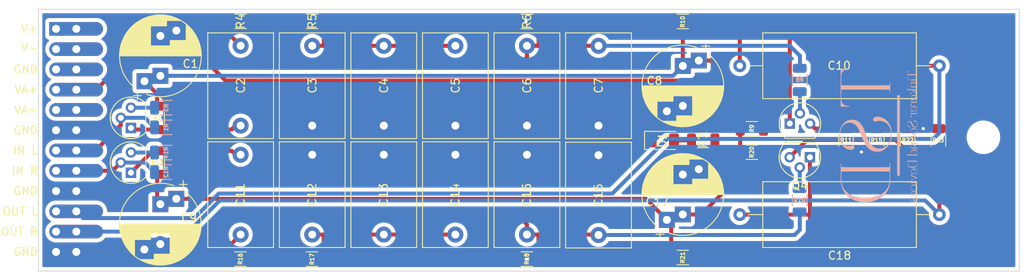
<source format=kicad_pcb>
(kicad_pcb (version 20211014) (generator pcbnew)
  (layers (0 "F.Cu" signal) (31 "B.Cu" signal) (34 "B.Paste" user) (35 "F.Paste" user) (36 "B.SilkS" user "B.Silkscreen") (37 "F.SilkS" user "F.Silkscreen") (38 "B.Mask" user) (39 "F.Mask" user) (44 "Edge.Cuts" user))
  (net 0 "")
  (net 1 "GND")
  (net 2 "Net-(C1-Pad1)")
  (net 3 "R IN")
  (net 4 "L IN")
  (net 5 "V+")
  (net 6 "Net-(C2-Pad2)")
  (net 8 "Net-(C6-Pad2)")
  (net 9 "Net-(C2-Pad1)")
  (net 10 "Net-(C17-Pad1)")
  (net 11 "Net-(C3-Pad2)")
  (net 12 "Net-(C10-Pad2)")
  (net 13 "Net-(C11-Pad1)")
  (net 14 "Net-(C11-Pad2)")
  (net 15 "Net-(C12-Pad2)")
  (net 16 "Net-(C15-Pad2)")
  (net 17 "Net-(C18-Pad2)")
  (net 21 "Net-(Q1-Pad3)")
  (net 22 "Net-(Q2-Pad2)")
  (net 23 "Net-(D1-Pad2)")
  (net 24 "Net-(Q2-Pad3)")
  (net 25 "Net-(Q3-Pad3)")
  (net 26 "L OUT")
  (net 27 "Net-(Q4-Pad2)")
  (net 28 "Net-(Q4-Pad3)")
  (net 29 "R OUT")
  (footprint "Capacitor_THT:CP_Radial_D10.0mm_P5.00mm_P7.50mm" (layer "F.Cu") (at 202.09 63.137677 90)
    (fp_text reference "C17" (at 1.597677 -3.2 180) (layer "F.SilkS"))
    (fp_text value "220uF")
    (pad "1" thru_hole rect locked (at -0.672144 -2 90) (size 2 2) (drill 1) (layers *.Cu *.Mask) (net 10 "Net-(C17-Pad1)"))
    (pad "1" thru_hole rect locked (at 0 0 90) (size 2 2) (drill 1) (layers *.Cu *.Mask) (net 10 "Net-(C17-Pad1)"))
    (pad "2" thru_hole circle locked (at 5.672144 2 90) (size 2 2) (drill 1) (layers *.Cu *.Mask) (net 1 "GND"))
    (pad "2" thru_hole circle locked (at 5 0 90) (size 2 2) (drill 1) (layers *.Cu *.Mask) (net 1 "GND"))
  )
  (footprint "Capacitor_THT:C_Rect_L13.0mm_W8.0mm_P10.00mm_FKS3_FKP3_MKS4" (layer "F.Cu") (at 182.564 55.655 -90)
    (fp_text reference "C15" (at 5 0.01 90) (layer "F.SilkS"))
    (fp_text value "22n")
    (pad "1" thru_hole circle locked (at 0 0 270) (size 2 2) (drill 1) (layers *.Cu *.Mask) (net 1 "GND"))
    (pad "2" thru_hole circle locked (at 10 0 270) (size 2 2) (drill 1) (layers *.Cu *.Mask) (net 16 "Net-(C15-Pad2)"))
  )
  (footprint "Resistor_SMD:R_1206_3216Metric" (layer "F.Cu") (at 210.74 52.401251 180)
    (fp_text reference "R9" (at 0.01 0.03104 90) (layer "F.SilkS") (effects (font (size 0.5 0.5) (thickness 0.125))))
    (fp_text value "10")
    (pad "1" smd roundrect locked (at -1.4625 0 180) (size 1.125 1.75) (layers "F.Cu" "F.Paste" "F.Mask") (roundrect_rratio 0.222222) (net 2 "Net-(C1-Pad1)"))
    (pad "2" smd roundrect locked (at 1.4625 0 180) (size 1.125 1.75) (layers "F.Cu" "F.Paste" "F.Mask") (roundrect_rratio 0.222222) (net 5 "V+"))
  )
  (footprint "Capacitor_THT:CP_Radial_D10.0mm_P5.00mm_P7.50mm" (layer "F.Cu") (at 136.65 45.77 90)
    (fp_text reference "C1" (at 1.51 3.76 180) (layer "F.SilkS"))
    (fp_text value "220uF")
    (pad "1" thru_hole rect locked (at 0 0 90) (size 2 2) (drill 1) (layers *.Cu *.Mask) (net 2 "Net-(C1-Pad1)"))
    (pad "1" thru_hole rect locked (at -0.672144 -2 90) (size 2 2) (drill 1) (layers *.Cu *.Mask) (net 2 "Net-(C1-Pad1)"))
    (pad "2" thru_hole circle locked (at 5 0 90) (size 2 2) (drill 1) (layers *.Cu *.Mask) (net 1 "GND"))
    (pad "2" thru_hole circle locked (at 5.672144 2 90) (size 2 2) (drill 1) (layers *.Cu *.Mask) (net 1 "GND"))
  )
  (footprint "Resistor_SMD:R_1206_3216Metric" (layer "F.Cu") (at 234.11 53.846387 90)
    (fp_text reference "R23" (at 0.016387 -0.030418 180) (layer "F.SilkS") (effects (font (size 0.5 0.5) (thickness 0.125))))
    (fp_text value "1M")
    (pad "1" smd roundrect locked (at -1.4625 0 90) (size 1.125 1.75) (layers "F.Cu" "F.Paste" "F.Mask") (roundrect_rratio 0.222222) (net 29 "R OUT"))
    (pad "2" smd roundrect locked (at 1.4625 0 90) (size 1.125 1.75) (layers "F.Cu" "F.Paste" "F.Mask") (roundrect_rratio 0.222222) (net 1 "GND"))
  )
  (footprint "Capacitor_THT:C_Axial_L19.0mm_D8.0mm_P25.00mm_Horizontal" (layer "F.Cu") (at 234.222457 44.51 180)
    (fp_text reference "C10" (at 12.552457 0.017624) (layer "F.SilkS"))
    (fp_text value "2u2")
    (pad "1" thru_hole circle locked (at 0 0 180) (size 1.6 1.6) (drill 0.8) (layers *.Cu *.Mask) (net 26 "L OUT"))
    (pad "2" thru_hole oval locked (at 25 0 180) (size 1.6 1.6) (drill 0.8) (layers *.Cu *.Mask) (net 12 "Net-(C10-Pad2)"))
  )
  (footprint "Capacitor_THT:C_Rect_L13.0mm_W8.0mm_P10.00mm_FKS3_FKP3_MKS4" (layer "F.Cu") (at 173.598 52.01 90)
    (fp_text reference "C5" (at 5.01 0.02 90) (layer "F.SilkS"))
    (fp_text value "68n")
    (pad "1" thru_hole circle locked (at 0 0 90) (size 2 2) (drill 1) (layers *.Cu *.Mask) (net 1 "GND"))
    (pad "2" thru_hole circle locked (at 10 0 90) (size 2 2) (drill 1) (layers *.Cu *.Mask) (net 11 "Net-(C3-Pad2)"))
  )
  (footprint "Package_TO_SOT_THT:TO-92" (layer "F.Cu") (at 215.489956 51.75)
    (fp_text reference "Q2" hide)
    (fp_text value "K170")
    (pad "1" thru_hole rect locked (at 0 0) (size 1.3 1.3) (drill 0.75) (layers *.Cu *.Mask) (net 12 "Net-(C10-Pad2)"))
    (pad "2" thru_hole circle locked (at 1.27 -1.27) (size 1.3 1.3) (drill 0.75) (layers *.Cu *.Mask) (net 22 "Net-(Q2-Pad2)"))
    (pad "3" thru_hole circle locked (at 2.54 0) (size 1.3 1.3) (drill 0.75) (layers *.Cu *.Mask) (net 24 "Net-(Q2-Pad3)"))
  )
  (footprint "Resistor_SMD:R_1206_3216Metric" (layer "F.Cu") (at 202.09 38.96)
    (fp_text reference "R10" (at -0.02 0.04 90) (layer "F.SilkS") (effects (font (size 0.5 0.5) (thickness 0.125))))
    (fp_text value "2K4")
    (pad "1" smd roundrect locked (at -1.4625 0) (size 1.125 1.75) (layers "F.Cu" "F.Paste" "F.Mask") (roundrect_rratio 0.222222) (net 2 "Net-(C1-Pad1)"))
    (pad "2" smd roundrect locked (at 1.4625 0) (size 1.125 1.75) (layers "F.Cu" "F.Paste" "F.Mask") (roundrect_rratio 0.222222) (net 12 "Net-(C10-Pad2)"))
  )
  (footprint "Capacitor_THT:C_Rect_L13.0mm_W8.0mm_P10.00mm_FKS3_FKP3_MKS4" (layer "F.Cu") (at 191.53 55.70875 -90)
    (fp_text reference "C16" (at 5 0.01 90) (layer "F.SilkS"))
    (fp_text value "6n8")
    (pad "1" thru_hole circle locked (at 0 0 270) (size 2 2) (drill 1) (layers *.Cu *.Mask) (net 1 "GND"))
    (pad "2" thru_hole circle locked (at 10 0 270) (size 2 2) (drill 1) (layers *.Cu *.Mask) (net 16 "Net-(C15-Pad2)"))
  )
  (footprint "Resistor_SMD:R_1206_3216Metric" (layer "F.Cu") (at 155.64 68.72939 180)
    (fp_text reference "R17" (at 0 -0.005932 90) (layer "F.SilkS") (effects (font (size 0.5 0.5) (thickness 0.125))))
    (fp_text value "3K")
    (pad "1" smd roundrect locked (at -1.4625 0 180) (size 1.125 1.75) (layers "F.Cu" "F.Paste" "F.Mask") (roundrect_rratio 0.222222) (net 15 "Net-(C12-Pad2)"))
    (pad "2" smd roundrect locked (at 1.4625 0 180) (size 1.125 1.75) (layers "F.Cu" "F.Paste" "F.Mask") (roundrect_rratio 0.222222) (net 16 "Net-(C15-Pad2)"))
  )
  (footprint "Resistor_SMD:R_1206_3216Metric" (layer "F.Cu") (at 202.09 68.53)
    (fp_text reference "R21" (at -0.01 0.01 90) (layer "F.SilkS") (effects (font (size 0.5 0.5) (thickness 0.125))))
    (fp_text value "2K4")
    (pad "1" smd roundrect locked (at -1.4625 0) (size 1.125 1.75) (layers "F.Cu" "F.Paste" "F.Mask") (roundrect_rratio 0.222222) (net 10 "Net-(C17-Pad1)"))
    (pad "2" smd roundrect locked (at 1.4625 0) (size 1.125 1.75) (layers "F.Cu" "F.Paste" "F.Mask") (roundrect_rratio 0.222222) (net 17 "Net-(C18-Pad2)"))
  )
  (footprint "Resistor_SMD:R_1206_3216Metric" (layer "F.Cu") (at 204.64375 53.86 180)
    (fp_text reference "R7" (at 0.02375 0.02 90) (layer "F.SilkS"))
    (fp_text value "10k")
    (pad "1" smd roundrect locked (at -1.4625 0 180) (size 1.125 1.75) (layers "F.Cu" "F.Paste" "F.Mask") (roundrect_rratio 0.222222) (net 1 "GND"))
    (pad "2" smd roundrect locked (at 1.4625 0 180) (size 1.125 1.75) (layers "F.Cu" "F.Paste" "F.Mask") (roundrect_rratio 0.222222) (net 23 "Net-(D1-Pad2)"))
  )
  (footprint "Capacitor_THT:C_Axial_L19.0mm_D8.0mm_P25.00mm_Horizontal" (layer "F.Cu") (at 234.222457 63.155 180)
    (fp_text reference "C18" (at 12.5 -5.12) (layer "F.SilkS"))
    (fp_text value "2u2")
    (pad "1" thru_hole circle locked (at 0 0 180) (size 1.6 1.6) (drill 0.8) (layers *.Cu *.Mask) (net 29 "R OUT"))
    (pad "2" thru_hole oval locked (at 25 0 180) (size 1.6 1.6) (drill 0.8) (layers *.Cu *.Mask) (net 17 "Net-(C18-Pad2)"))
  )
  (footprint "Capacitor_THT:C_Rect_L13.0mm_W8.0mm_P10.00mm_FKS3_FKP3_MKS4" (layer "F.Cu") (at 182.564 52.01 90)
    (fp_text reference "C6" (at 5.01 0.02 90) (layer "F.SilkS"))
    (fp_text value "22n")
    (pad "1" thru_hole circle locked (at 0 0 90) (size 2 2) (drill 1) (layers *.Cu *.Mask) (net 1 "GND"))
    (pad "2" thru_hole circle locked (at 10 0 90) (size 2 2) (drill 1) (layers *.Cu *.Mask) (net 8 "Net-(C6-Pad2)"))
  )
  (footprint "Package_TO_SOT_THT:TO-92" (layer "F.Cu") (at 132.96 52.3 90)
    (fp_text reference "Q1" hide)
    (fp_text value "K170")
    (pad "1" thru_hole rect locked (at 0 0 90) (size 1.3 1.3) (drill 0.75) (layers *.Cu *.Mask) (net 9 "Net-(C2-Pad1)"))
    (pad "2" thru_hole circle locked (at 1.27 -1.27 90) (size 1.3 1.3) (drill 0.75) (layers *.Cu *.Mask) (net 4 "L IN"))
    (pad "3" thru_hole circle locked (at 2.54 0 90) (size 1.3 1.3) (drill 0.75) (layers *.Cu *.Mask) (net 21 "Net-(Q1-Pad3)"))
  )
  (footprint "Capacitor_THT:C_Rect_L13.0mm_W8.0mm_P10.00mm_FKS3_FKP3_MKS4" (layer "F.Cu") (at 191.53 52.01 90)
    (fp_text reference "C7" (at 5.01 0.02 90) (layer "F.SilkS"))
    (fp_text value "6n8")
    (pad "1" thru_hole circle locked (at 0 0 90) (size 2 2) (drill 1) (layers *.Cu *.Mask) (net 1 "GND"))
    (pad "2" thru_hole circle locked (at 10 0 90) (size 2 2) (drill 1) (layers *.Cu *.Mask) (net 8 "Net-(C6-Pad2)"))
  )
  (footprint "Capacitor_THT:C_Rect_L13.0mm_W8.0mm_P10.00mm_FKS3_FKP3_MKS4" (layer "F.Cu") (at 164.632 55.655 -90)
    (fp_text reference "C13" (at 5 0.01 90) (layer "F.SilkS"))
    (fp_text value "15n")
    (pad "1" thru_hole circle locked (at 0 0 270) (size 2 2) (drill 1) (layers *.Cu *.Mask) (net 1 "GND"))
    (pad "2" thru_hole circle locked (at 10 0 270) (size 2 2) (drill 1) (layers *.Cu *.Mask) (net 15 "Net-(C12-Pad2)"))
  )
  (footprint "Capacitor_THT:C_Rect_L13.0mm_W8.0mm_P10.00mm_FKS3_FKP3_MKS4" (layer "F.Cu") (at 146.7 52.01 90)
    (fp_text reference "C2" (at 5.01 0.02 90) (layer "F.SilkS"))
    (fp_text value "470nF")
    (pad "1" thru_hole circle locked (at 0 0 90) (size 2 2) (drill 1) (layers *.Cu *.Mask) (net 9 "Net-(C2-Pad1)"))
    (pad "2" thru_hole circle locked (at 10 0 90) (size 2 2) (drill 1) (layers *.Cu *.Mask) (net 6 "Net-(C2-Pad2)"))
  )
  (footprint "Resistor_SMD:R_1206_3216Metric" (layer "F.Cu") (at 155.666 38.94 180)
    (fp_text reference "R5" (at 0 0 90) (layer "F.SilkS"))
    (fp_text value "3K")
    (pad "1" smd roundrect locked (at -1.4625 0 180) (size 1.125 1.75) (layers "F.Cu" "F.Paste" "F.Mask") (roundrect_rratio 0.222222) (net 11 "Net-(C3-Pad2)"))
    (pad "2" smd roundrect locked (at 1.4625 0 180) (size 1.125 1.75) (layers "F.Cu" "F.Paste" "F.Mask") (roundrect_rratio 0.222222) (net 8 "Net-(C6-Pad2)"))
  )
  (footprint "Capacitor_THT:C_Rect_L13.0mm_W8.0mm_P10.00mm_FKS3_FKP3_MKS4" (layer "F.Cu") (at 164.632 52.01 90)
    (fp_text reference "C4" (at 5.01 0.02 90) (layer "F.SilkS"))
    (fp_text value "15n")
    (pad "1" thru_hole circle locked (at 0 0 90) (size 2 2) (drill 1) (layers *.Cu *.Mask) (net 1 "GND"))
    (pad "2" thru_hole circle locked (at 10 0 90) (size 2 2) (drill 1) (layers *.Cu *.Mask) (net 11 "Net-(C3-Pad2)"))
  )
  (footprint "Package_TO_SOT_THT:TO-92" (layer "F.Cu") (at 218.01 55.96875 180)
    (fp_text reference "Q4" (at 1.27 -3.56) (layer "F.SilkS"))
    (fp_text value "K170")
    (pad "1" thru_hole rect locked (at 0 0 180) (size 1.3 1.3) (drill 0.75) (layers *.Cu *.Mask) (net 17 "Net-(C18-Pad2)"))
    (pad "2" thru_hole circle locked (at 1.27 -1.27 180) (size 1.3 1.3) (drill 0.75) (layers *.Cu *.Mask) (net 27 "Net-(Q4-Pad2)"))
    (pad "3" thru_hole circle locked (at 2.54 0 180) (size 1.3 1.3) (drill 0.75) (layers *.Cu *.Mask) (net 28 "Net-(Q4-Pad3)"))
  )
  (footprint "TSD MIXER FOOTPRINTS:PinHeader_2x12_P2.54mm_Vertical" (layer "F.Cu") (at 123.5775 39.885)
    (fp_text reference "J1" hide)
    (fp_text value "Conector")
    (fp_text user "GND" (at -3.800288 27.94 unlocked) (layer "F.SilkS"))
    (fp_text user "V-" (at -3.324097 2.36 unlocked) (layer "F.SilkS"))
    (fp_text user "GND" (at -3.800288 12.7 unlocked) (layer "F.SilkS"))
    (fp_text user "VA-" (at -3.752669 10.16 unlocked) (layer "F.SilkS"))
    (fp_text user "IN L" (at -3.824097 15.24 unlocked) (layer "F.SilkS"))
    (fp_text user "V+" (at -3.324097 0 unlocked) (layer "F.SilkS"))
    (fp_text user "IN R" (at -3.919335 17.78 unlocked) (layer "F.SilkS"))
    (fp_text user "VA+" (at -3.752669 7.62 unlocked) (layer "F.SilkS"))
    (fp_text user "GND" (at -3.800288 20.32 unlocked) (layer "F.SilkS"))
    (fp_text user "OUT R" (at -4.586002 25.4 unlocked) (layer "F.SilkS"))
    (fp_text user "GND" (at -3.800288 5.08 unlocked) (layer "F.SilkS"))
    (fp_text user "OUT L" (at -4.490764 22.86 unlocked) (layer "F.SilkS"))
    (pad "1" thru_hole oval (at 2.54 0) (size 6.7 1.7) (drill 1) (layers *.Cu *.Mask))
    (pad "1" thru_hole rect (at 0 0) (size 1.7 1.7) (drill 1) (layers *.Cu *.Mask))
    (pad "2" thru_hole oval (at 2.54 2.54) (size 6.7 1.7) (drill 1) (layers *.Cu *.Mask))
    (pad "2" thru_hole oval (at 0 2.54) (size 1.7 1.7) (drill 1) (layers *.Cu *.Mask))
    (pad "3" thru_hole oval (at 2.54 5.08) (size 6.7 1.7) (drill 1) (layers *.Cu *.Mask))
    (pad "3" thru_hole oval (at 0 5.08) (size 1.7 1.7) (drill 1) (layers *.Cu *.Mask))
    (pad "4" thru_hole oval (at 0 7.62) (size 1.7 1.7) (drill 1) (layers *.Cu *.Mask) (net 5 "V+"))
    (pad "4" thru_hole oval (at 2.54 7.62) (size 6.7 1.7) (drill 1) (layers *.Cu *.Mask) (net 5 "V+"))
    (pad "5" thru_hole oval (at 0 10.16) (size 1.7 1.7) (drill 1) (layers *.Cu *.Mask))
    (pad "5" thru_hole oval (at 2.54 10.16) (size 6.7 1.7) (drill 1) (layers *.Cu *.Mask))
    (pad "6" thru_hole oval (at 0 12.7) (size 1.7 1.7) (drill 1) (layers *.Cu *.Mask) (net 1 "GND"))
    (pad "6" thru_hole oval (at 2.54 12.7) (size 6.7 1.7) (drill 1) (layers *.Cu *.Mask) (net 1 "GND"))
    (pad "7" thru_hole oval (at 2.54 15.24) (size 6.7 1.7) (drill 1) (layers *.Cu *.Mask) (net 4 "L IN"))
    (pad "7" thru_hole oval (at 0 15.24) (size 1.7 1.7) (drill 1) (layers *.Cu *.Mask) (net 4 "L IN"))
    (pad "8" thru_hole oval (at 0 17.78) (size 1.7 1.7) (drill 1) (layers *.Cu *.Mask) (net 3 "R IN"))
    (pad "8" thru_hole oval (at 2.54 17.78) (size 6.7 1.7) (drill 1) (layers *.Cu *.Mask) (net 3 "R IN"))
    (pad "9" thru_hole oval (at 2.54 20.32) (size 6.7 1.7) (drill 1) (layers *.Cu *.Mask) (net 1 "GND"))
    (pad "9" thru_hole oval (at 0 20.32) (size 1.7 1.7) (drill 1) (layers *.Cu *.Mask) (net 1 "GND"))
    (pad "10" thru_hole oval (at 0 22.86) (size 1.7 1.7) (drill 1) (layers *.Cu *.Mask) (net 26 "L OUT"))
    (pad "10" thru_hole oval (at 2.54 22.86) (size 6.7 1.7) (drill 1) (layers *.Cu *.Mask) (net 26 "L OUT"))
    (pad "11" thru_hole oval (at 0 25.4) (size 1.7 1.7) (drill 1) (layers *.Cu *.Mask) (net 29 "R OUT"))
    (pad "11" thru_hole oval (at 2.54 25.4) (size 6.7 1.7) (drill 1) (layers *.Cu *.Mask) (net 29 "R OUT"))
    (pad "12" thru_hole oval (at 0 27.94) (size 1.7 1.7) (drill 1) (layers *.Cu *.Mask) (net 1 "GND"))
    (pad "12" thru_hole oval (at 2.54 27.94) (size 6.7 1.7) (drill 1) (layers *.Cu *.Mask) (net 1 "GND"))
  )
  (footprint "Capacitor_THT:C_Rect_L13.0mm_W8.0mm_P10.00mm_FKS3_FKP3_MKS4" (layer "F.Cu") (at 155.666 52.01 90)
    (fp_text reference "C3" (at 5.01 0.02 90) (layer "F.SilkS"))
    (fp_text value "15n")
    (pad "1" thru_hole circle locked (at 0 0 90) (size 2 2) (drill 1) (layers *.Cu *.Mask) (net 1 "GND"))
    (pad "2" thru_hole circle locked (at 10 0 90) (size 2 2) (drill 1) (layers *.Cu *.Mask) (net 11 "Net-(C3-Pad2)"))
  )
  (footprint "Resistor_SMD:R_1206_3216Metric" (layer "F.Cu") (at 136.24 56.635 90)
    (fp_text reference "R13" (at 0 0.024088 180) (layer "F.SilkS") (effects (font (size 0.5 0.5) (thickness 0.125))))
    (fp_text value "2K4")
    (pad "1" smd roundrect locked (at -1.4625 0 90) (size 1.125 1.75) (layers "F.Cu" "F.Paste" "F.Mask") (roundrect_rratio 0.222222) (net 10 "Net-(C17-Pad1)"))
    (pad "2" smd roundrect locked (at 1.4625 0 90) (size 1.125 1.75) (layers "F.Cu" "F.Paste" "F.Mask") (roundrect_rratio 0.222222) (net 13 "Net-(C11-Pad1)"))
  )
  (footprint "Resistor_SMD:R_1206_3216Metric" (layer "F.Cu") (at 230.251445 53.846387 90)
    (fp_text reference "R22" (at 0.016387 0.008555 180) (layer "F.SilkS") (effects (font (size 0.5 0.5) (thickness 0.125))))
    (fp_text value "50")
    (pad "1" smd roundrect locked (at -1.4625 0 90) (size 1.125 1.75) (layers "F.Cu" "F.Paste" "F.Mask") (roundrect_rratio 0.222222) (net 28 "Net-(Q4-Pad3)"))
    (pad "2" smd roundrect locked (at 1.4625 0 90) (size 1.125 1.75) (layers "F.Cu" "F.Paste" "F.Mask") (roundrect_rratio 0.222222) (net 1 "GND"))
  )
  (footprint "Package_TO_SOT_THT:TO-92" (layer "F.Cu") (at 132.96 57.905 90)
    (fp_text reference "Q3" hide)
    (fp_text value "K170")
    (pad "1" thru_hole rect locked (at 0 0 90) (size 1.3 1.3) (drill 0.75) (layers *.Cu *.Mask) (net 13 "Net-(C11-Pad1)"))
    (pad "2" thru_hole circle locked (at 1.27 -1.27 90) (size 1.3 1.3) (drill 0.75) (layers *.Cu *.Mask) (net 3 "R IN"))
    (pad "3" thru_hole circle locked (at 2.54 0 90) (size 1.3 1.3) (drill 0.75) (layers *.Cu *.Mask) (net 25 "Net-(Q3-Pad3)"))
  )
  (footprint "Capacitor_THT:CP_Radial_D10.0mm_P5.00mm_P7.50mm" (layer "F.Cu") (at 136.64 61.85 -90)
    (fp_text reference "C9" (at 1.7 -3.6 180) (layer "F.SilkS"))
    (fp_text value "220uF")
    (pad "1" thru_hole rect locked (at -0.672144 -2 270) (size 2 2) (drill 1) (layers *.Cu *.Mask) (net 10 "Net-(C17-Pad1)"))
    (pad "1" thru_hole rect locked (at 0 0 270) (size 2 2) (drill 1) (layers *.Cu *.Mask) (net 10 "Net-(C17-Pad1)"))
    (pad "2" thru_hole circle locked (at 5 0 270) (size 2 2) (drill 1) (layers *.Cu *.Mask) (net 1 "GND"))
    (pad "2" thru_hole circle locked (at 5.672144 2 270) (size 2 2) (drill 1) (layers *.Cu *.Mask) (net 1 "GND"))
  )
  (footprint "Resistor_SMD:R_1206_3216Metric" (layer "F.Cu") (at 182.564 38.96)
    (fp_text reference "R6" (at 0 -0.01 90) (layer "F.SilkS"))
    (fp_text value "100K")
    (pad "1" smd roundrect locked (at -1.4625 0) (size 1.125 1.75) (layers "F.Cu" "F.Paste" "F.Mask") (roundrect_rratio 0.222222) (net 1 "GND"))
    (pad "2" smd roundrect locked (at 1.4625 0) (size 1.125 1.75) (layers "F.Cu" "F.Paste" "F.Mask") (roundrect_rratio 0.222222) (net 8 "Net-(C6-Pad2)"))
  )
  (footprint "Resistor_SMD:R_1206_3216Metric" (layer "F.Cu") (at 146.7 38.94)
    (fp_text reference "R4" (at -0.01 0 90) (layer "F.SilkS"))
    (fp_text value "27K")
    (pad "1" smd roundrect locked (at -1.4625 0) (size 1.125 1.75) (layers "F.Cu" "F.Paste" "F.Mask") (roundrect_rratio 0.222222) (net 6 "Net-(C2-Pad2)"))
    (pad "2" smd roundrect locked (at 1.4625 0) (size 1.125 1.75) (layers "F.Cu" "F.Paste" "F.Mask") (roundrect_rratio 0.222222) (net 8 "Net-(C6-Pad2)"))
  )
  (footprint "Resistor_SMD:R_1206_3216Metric" (layer "F.Cu") (at 226.39289 53.846387 -90)
    (fp_text reference "R15" (at -0.016387 0.03289 180) (layer "F.SilkS") (effects (font (size 0.5 0.5) (thickness 0.125))))
    (fp_text value "1M")
    (pad "1" smd roundrect locked (at -1.4625 0 270) (size 1.125 1.75) (layers "F.Cu" "F.Paste" "F.Mask") (roundrect_rratio 0.222222) (net 26 "L OUT"))
    (pad "2" smd roundrect locked (at 1.4625 0 270) (size 1.125 1.75) (layers "F.Cu" "F.Paste" "F.Mask") (roundrect_rratio 0.222222) (net 1 "GND"))
  )
  (footprint "Capacitor_THT:C_Rect_L13.0mm_W8.0mm_P10.00mm_FKS3_FKP3_MKS4" (layer "F.Cu") (at 155.666 55.655 -90)
    (fp_text reference "C12" (at 5 0.01 90) (layer "F.SilkS"))
    (fp_text value "15n")
    (pad "1" thru_hole circle locked (at 0 0 270) (size 2 2) (drill 1) (layers *.Cu *.Mask) (net 1 "GND"))
    (pad "2" thru_hole circle locked (at 10 0 270) (size 2 2) (drill 1) (layers *.Cu *.Mask) (net 15 "Net-(C12-Pad2)"))
  )
  (footprint "MountingHole:MountingHole_3.2mm_M3" (layer "F.Cu") (at 239.744513 53.47)
    (fp_text reference "H1" hide)
    (fp_text value "ScrewIn")
    (pad "" np_thru_hole circle locked (at 0 0) (size 3.2 3.2) (drill 3.2) (layers *.Cu *.Mask))
  )
  (footprint "Resistor_SMD:R_1206_3216Metric" (layer "F.Cu") (at 136.24 51.04 -90)
    (fp_text reference "R2" (at -0.01 0.01 180) (layer "F.SilkS") (effects (font (size 0.5 0.5) (thickness 0.125))))
    (fp_text value "2K4")
    (pad "1" smd roundrect locked (at -1.4625 0 270) (size 1.125 1.75) (layers "F.Cu" "F.Paste" "F.Mask") (roundrect_rratio 0.222222) (net 2 "Net-(C1-Pad1)"))
    (pad "2" smd roundrect locked (at 1.4625 0 270) (size 1.125 1.75) (layers "F.Cu" "F.Paste" "F.Mask") (roundrect_rratio 0.222222) (net 9 "Net-(C2-Pad1)"))
  )
  (footprint "Resistor_SMD:R_1206_3216Metric" (layer "F.Cu") (at 210.74 55.33 180)
    (fp_text reference "R20" (at 0.01 0.001545 90) (layer "F.SilkS") (effects (font (size 0.5 0.5) (thickness 0.125))))
    (fp_text value "10")
    (pad "1" smd roundrect locked (at -1.4625 0 180) (size 1.125 1.75) (layers "F.Cu" "F.Paste" "F.Mask") (roundrect_rratio 0.222222) (net 10 "Net-(C17-Pad1)"))
    (pad "2" smd roundrect locked (at 1.4625 0 180) (size 1.125 1.75) (layers "F.Cu" "F.Paste" "F.Mask") (roundrect_rratio 0.222222) (net 5 "V+"))
  )
  (footprint "Resistor_SMD:R_1206_3216Metric" (layer "F.Cu") (at 222.534335 53.846387 -90)
    (fp_text reference "R11" (at -0.016387 -0.013974 180) (layer "F.SilkS") (effects (font (size 0.5 0.5) (thickness 0.125))))
    (fp_text value "50")
    (pad "1" smd roundrect locked (at -1.4625 0 270) (size 1.125 1.75) (layers "F.Cu" "F.Paste" "F.Mask") (roundrect_rratio 0.222222) (net 24 "Net-(Q2-Pad3)"))
    (pad "2" smd roundrect locked (at 1.4625 0 270) (size 1.125 1.75) (layers "F.Cu" "F.Paste" "F.Mask") (roundrect_rratio 0.222222) (net 1 "GND"))
  )
  (footprint "Capacitor_THT:C_Rect_L13.0mm_W8.0mm_P10.00mm_FKS3_FKP3_MKS4" (layer "F.Cu") (at 173.598 55.655 -90)
    (fp_text reference "C14" (at 5 0.01 90) (layer "F.SilkS"))
    (fp_text value "68n")
    (pad "1" thru_hole circle locked (at 0 0 270) (size 2 2) (drill 1) (layers *.Cu *.Mask) (net 1 "GND"))
    (pad "2" thru_hole circle locked (at 10 0 270) (size 2 2) (drill 1) (layers *.Cu *.Mask) (net 15 "Net-(C12-Pad2)"))
  )
  (footprint "Resistor_SMD:R_1206_3216Metric" (layer "F.Cu") (at 182.55 68.72939)
    (fp_text reference "R18" (at 0 -0.027103 90) (layer "F.SilkS") (effects (font (size 0.5 0.5) (thickness 0.125))))
    (fp_text value "100K")
    (pad "1" smd roundrect locked (at -1.4625 0) (size 1.125 1.75) (layers "F.Cu" "F.Paste" "F.Mask") (roundrect_rratio 0.222222) (net 1 "GND"))
    (pad "2" smd roundrect locked (at 1.4625 0) (size 1.125 1.75) (layers "F.Cu" "F.Paste" "F.Mask") (roundrect_rratio 0.222222) (net 16 "Net-(C15-Pad2)"))
  )
  (footprint "Capacitor_THT:C_Rect_L13.0mm_W8.0mm_P10.00mm_FKS3_FKP3_MKS4" (layer "F.Cu") (at 146.7 55.655 -90)
    (fp_text reference "C11" (at 5 0.01 90) (layer "F.SilkS"))
    (fp_text value "470nF")
    (pad "1" thru_hole circle locked (at 0 0 270) (size 2 2) (drill 1) (layers *.Cu *.Mask) (net 13 "Net-(C11-Pad1)"))
    (pad "2" thru_hole circle locked (at 10 0 270) (size 2 2) (drill 1) (layers *.Cu *.Mask) (net 14 "Net-(C11-Pad2)"))
  )
  (footprint "Capacitor_THT:CP_Radial_D10.0mm_P5.00mm_P7.50mm" (layer "F.Cu") (at 202.09 44.527323 -90)
    (fp_text reference "C8" (at 1.862677 3.55 180) (layer "F.SilkS"))
    (fp_text value "220uF")
    (pad "1" thru_hole rect locked (at 0 0 270) (size 2 2) (drill 1) (layers *.Cu *.Mask) (net 2 "Net-(C1-Pad1)"))
    (pad "1" thru_hole rect locked (at -0.672144 -2 270) (size 2 2) (drill 1) (layers *.Cu *.Mask) (net 2 "Net-(C1-Pad1)"))
    (pad "2" thru_hole circle locked (at 5.672144 2 270) (size 2 2) (drill 1) (layers *.Cu *.Mask) (net 1 "GND"))
    (pad "2" thru_hole circle locked (at 5 0 270) (size 2 2) (drill 1) (layers *.Cu *.Mask) (net 1 "GND"))
  )
  (footprint "Diode_SMD:D_1206_3216Metric" (layer "F.Cu") (at 199.57625 53.86)
    (fp_text reference "D1" (at -0.01625 -0.047162 90) (layer "F.SilkS"))
    (fp_text value "LED")
    (pad "1" smd roundrect locked (at -1.4 0) (size 1.25 1.75) (layers "F.Cu" "F.Paste" "F.Mask") (roundrect_rratio 0.2) (net 5 "V+"))
    (pad "2" smd roundrect locked (at 1.4 0) (size 1.25 1.75) (layers "F.Cu" "F.Paste" "F.Mask") (roundrect_rratio 0.2) (net 23 "Net-(D1-Pad2)"))
  )
  (footprint "Resistor_SMD:R_1206_3216Metric" (layer "F.Cu") (at 146.674 68.72939)
    (fp_text reference "R16" (at -0.004 -0.025371 90) (layer "F.SilkS") (effects (font (size 0.5 0.5) (thickness 0.125))))
    (fp_text value "27K")
    (pad "1" smd roundrect locked (at -1.4625 0) (size 1.125 1.75) (layers "F.Cu" "F.Paste" "F.Mask") (roundrect_rratio 0.222222) (net 14 "Net-(C11-Pad2)"))
    (pad "2" smd roundrect locked (at 1.4625 0) (size 1.125 1.75) (layers "F.Cu" "F.Paste" "F.Mask") (roundrect_rratio 0.222222) (net 16 "Net-(C15-Pad2)"))
  )
  (footprint "Custom Library:Logo_25mm" (layer "B.Cu") (at 227.29 53.4 -90)
    (fp_text reference "G***" hide)
    (fp_text value "LOGO" hide)
  )
  (footprint "Resistor_SMD:R_1206_3216Metric" (layer "B.Cu") (at 216.73 46.29 90)
    (fp_text reference "R8" (at 0.01 0.011826 180) (layer "B.SilkS") (effects (font (size 0.5 0.5) (thickness 0.125)) (justify mirror)))
    (fp_text value "100")
    (pad "1" smd roundrect locked (at -1.4625 0 90) (size 1.125 1.75) (layers "B.Cu" "B.Paste" "B.Mask") (roundrect_rratio 0.222222) (net 22 "Net-(Q2-Pad2)"))
    (pad "2" smd roundrect locked (at 1.4625 0 90) (size 1.125 1.75) (layers "B.Cu" "B.Paste" "B.Mask") (roundrect_rratio 0.222222) (net 8 "Net-(C6-Pad2)"))
  )
  (footprint "Resistor_SMD:R_1206_3216Metric" (layer "B.Cu") (at 137.38 49.76)
    (fp_text reference "R3" (at -0.01 0.010116 90) (layer "B.SilkS") (effects (font (size 0.5 0.5) (thickness 0.125)) (justify mirror)))
    (fp_text value "50")
    (pad "1" smd roundrect locked (at -1.4625 0) (size 1.125 1.75) (layers "B.Cu" "B.Paste" "B.Mask") (roundrect_rratio 0.222222) (net 21 "Net-(Q1-Pad3)"))
    (pad "2" smd roundrect locked (at 1.4625 0) (size 1.125 1.75) (layers "B.Cu" "B.Paste" "B.Mask") (roundrect_rratio 0.222222) (net 1 "GND"))
  )
  (footprint "Resistor_SMD:R_1206_3216Metric" (layer "B.Cu") (at 137.38 52.231056)
    (fp_text reference "R1" (at -0.01 0.010116 90) (layer "B.SilkS") (effects (font (size 0.5 0.5) (thickness 0.125)) (justify mirror)))
    (fp_text value "47K")
    (pad "1" smd roundrect locked (at -1.4625 0) (size 1.125 1.75) (layers "B.Cu" "B.Paste" "B.Mask") (roundrect_rratio 0.222222) (net 4 "L IN"))
    (pad "2" smd roundrect locked (at 1.4625 0) (size 1.125 1.75) (layers "B.Cu" "B.Paste" "B.Mask") (roundrect_rratio 0.222222) (net 1 "GND"))
  )
  (footprint "Resistor_SMD:R_1206_3216Metric" (layer "B.Cu") (at 137.37 57.83)
    (fp_text reference "R12" (at -0.01 0.010116 90) (layer "B.SilkS") (effects (font (size 0.5 0.5) (thickness 0.125)) (justify mirror)))
    (fp_text value "47K")
    (pad "1" smd roundrect locked (at -1.4625 0) (size 1.125 1.75) (layers "B.Cu" "B.Paste" "B.Mask") (roundrect_rratio 0.222222) (net 3 "R IN"))
    (pad "2" smd roundrect locked (at 1.4625 0) (size 1.125 1.75) (layers "B.Cu" "B.Paste" "B.Mask") (roundrect_rratio 0.222222) (net 1 "GND"))
  )
  (footprint "Resistor_SMD:R_1206_3216Metric" (layer "B.Cu") (at 137.37 55.38)
    (fp_text reference "R14" (at -0.01 0.010116 90) (layer "B.SilkS") (effects (font (size 0.5 0.5) (thickness 0.125)) (justify mirror)))
    (fp_text value "50")
    (pad "1" smd roundrect locked (at -1.4625 0) (size 1.125 1.75) (layers "B.Cu" "B.Paste" "B.Mask") (roundrect_rratio 0.222222) (net 25 "Net-(Q3-Pad3)"))
    (pad "2" smd roundrect locked (at 1.4625 0) (size 1.125 1.75) (layers "B.Cu" "B.Paste" "B.Mask") (roundrect_rratio 0.222222) (net 1 "GND"))
  )
  (footprint "Resistor_SMD:R_1206_3216Metric" (layer "B.Cu") (at 216.72 61.356931 -90)
    (fp_text reference "R19" (at -0.02 -0.01 180) (layer "B.SilkS") (effects (font (size 0.5 0.5) (thickness 0.125)) (justify mirror)))
    (fp_text value "100")
    (pad "1" smd roundrect locked (at -1.4625 0 270) (size 1.125 1.75) (layers "B.Cu" "B.Paste" "B.Mask") (roundrect_rratio 0.222222) (net 27 "Net-(Q4-Pad2)"))
    (pad "2" smd roundrect locked (at 1.4625 0 270) (size 1.125 1.75) (layers "B.Cu" "B.Paste" "B.Mask") (roundrect_rratio 0.222222) (net 16 "Net-(C15-Pad2)"))
  )
  (gr_rect (start 121.36 37.430757) (end 244.24 70.230757) (layer "Edge.Cuts") (width 0.1) (fill none))
  (segment (start 206.10625 53.86) (end 206.10625 55.449283) (width 0.5) (layer "F.Cu") (net 1))
  (segment (start 230.251445 52.383887) (end 232.206113 52.383887) (width 0.5) (layer "F.Cu") (net 1))
  (segment (start 182.45 38.96) (end 182.5 39.01) (width 0.5) (layer "F.Cu") (net 1))
  (segment (start 224.461113 55.308887) (end 227.326445 55.308887) (width 0.5) (layer "F.Cu") (net 1))
  (segment (start 182.52939 68.72939) (end 182.54 68.74) (width 0.5) (layer "F.Cu") (net 1))
  (segment (start 222.534335 55.308887) (end 224.461113 55.308887) (width 0.5) (layer "F.Cu") (net 1))
  (segment (start 181.0875 68.72939) (end 182.52939 68.72939) (width 0.5) (layer "F.Cu") (net 1))
  (segment (start 181.1015 38.96) (end 182.45 38.96) (width 0.5) (layer "F.Cu") (net 1))
  (segment (start 206.10625 55.449283) (end 204.09 57.465533) (width 0.5) (layer "F.Cu") (net 1))
  (segment (start 232.206113 52.383887) (end 234.11 52.383887) (width 0.5) (layer "F.Cu") (net 1))
  (via (at 232.206113 52.383887) (size 0.8) (drill 0.4) (layers "F.Cu" "B.Cu") (net 1))
  (via (at 182.45 38.96) (size 0.8) (drill 0.4) (layers "F.Cu" "B.Cu") (net 1))
  (via (at 224.461113 55.308887) (size 0.8) (drill 0.4) (layers "F.Cu" "B.Cu") (net 1))
  (via (at 182.54 68.74) (size 0.8) (drill 0.4) (layers "F.Cu" "B.Cu") (net 1))
  (segment (start 212.2025 52.401251) (end 212.2025 50.467678) (width 0.5) (layer "F.Cu") (net 2))
  (segment (start 208.987411 47.252589) (end 209.292457 47.557636) (width 0.5) (layer "F.Cu") (net 2))
  (segment (start 212.223706 52.422457) (end 212.2025 52.401251) (width 0.5) (layer "F.Cu") (net 2))
  (segment (start 202.09 40.4225) (end 200.6275 38.96) (width 0.5) (layer "F.Cu") (net 2))
  (segment (start 212.2025 50.467678) (end 208.987411 47.252589) (width 0.5) (layer "F.Cu") (net 2))
  (segment (start 136.24 49.5775) (end 136.24 48.032144) (width 0.5) (layer "F.Cu") (net 2))
  (segment (start 202.09 44.527323) (end 202.09 40.4225) (width 0.5) (layer "F.Cu") (net 2))
  (segment (start 136.24 48.032144) (end 134.65 46.442144) (width 0.5) (layer "F.Cu") (net 2))
  (segment (start 204.09 43.855179) (end 205.59 43.855179) (width 0.5) (layer "F.Cu") (net 2))
  (segment (start 205.59 43.855179) (end 208.987411 47.252589) (width 0.5) (layer "F.Cu") (net 2))
  (segment (start 200.847323 45.77) (end 202.09 44.527323) (width 0.5) (layer "B.Cu") (net 2))
  (segment (start 136.65 45.77) (end 200.847323 45.77) (width 0.5) (layer "B.Cu") (net 2))
  (segment (start 126.1175 57.665) (end 130.66 57.665) (width 0.5) (layer "F.Cu") (net 3))
  (segment (start 130.66 57.665) (end 131.69 56.635) (width 0.5) (layer "F.Cu") (net 3))
  (segment (start 135.9075 57.83) (end 134.7125 56.635) (width 0.5) (layer "B.Cu") (net 3))
  (segment (start 134.7125 56.635) (end 131.69 56.635) (width 0.5) (layer "B.Cu") (net 3))
  (segment (start 128.514238 55.125) (end 126.1175 55.125) (width 0.5) (layer "F.Cu") (net 4))
  (segment (start 131.69 51.03) (end 131.69 51.949238) (width 0.5) (layer "F.Cu") (net 4))
  (segment (start 131.69 51.949238) (end 128.514238 55.125) (width 0.5) (layer "F.Cu") (net 4))
  (segment (start 131.69 51.03) (end 134.716444 51.03) (width 0.5) (layer "B.Cu") (net 4))
  (segment (start 134.716444 51.03) (end 135.9175 52.231056) (width 0.5) (layer "B.Cu") (net 4))
  (segment (start 209.2775 52.401251) (end 209.2775 49.6375) (width 0.5) (layer "F.Cu") (net 5))
  (segment (start 141.86 43.43) (end 132.6925 43.43) (width 0.5) (layer "F.Cu") (net 5))
  (segment (start 209.2775 49.6375) (end 206 46.36) (width 0.5) (layer "F.Cu") (net 5))
  (segment (start 144.79 46.36) (end 141.86 43.43) (width 0.5) (layer "F.Cu") (net 5))
  (segment (start 198.17625 46.45375) (end 198.27 46.36) (width 0.5) (layer "F.Cu") (net 5))
  (segment (start 198.17625 53.86) (end 198.17625 46.45375) (width 0.5) (layer "F.Cu") (net 5))
  (segment (start 198.27 46.36) (end 144.79 46.36) (width 0.5) (layer "F.Cu") (net 5))
  (segment (start 128.6175 47.505) (end 126.1175 47.505) (width 0.5) (layer "F.Cu") (net 5))
  (segment (start 132.6925 43.43) (end 128.6175 47.505) (width 0.5) (layer "F.Cu") (net 5))
  (segment (start 206 46.36) (end 198.27 46.36) (width 0.5) (layer "F.Cu") (net 5))
  (segment (start 209.2775 55.33) (end 209.2775 52.401251) (width 0.5) (layer "F.Cu") (net 5))
  (segment (start 145.2375 38.94) (end 145.2375 40.5475) (width 0.5) (layer "F.Cu") (net 6))
  (segment (start 145.2375 40.5475) (end 146.7 42.01) (width 0.5) (layer "F.Cu") (net 6))
  (segment (start 181.92 44.08) (end 151.87 44.08) (width 0.5) (layer "F.Cu") (net 8))
  (segment (start 184.0265 41.9735) (end 183.99 42.01) (width 0.5) (layer "F.Cu") (net 8))
  (segment (start 151.87 44.08) (end 151.07 43.28) (width 0.5) (layer "F.Cu") (net 8))
  (segment (start 182.564 42.01) (end 182.564 43.436) (width 0.5) (layer "F.Cu") (net 8))
  (segment (start 151.21 38.94) (end 154.2035 38.94) (width 0.5) (layer "F.Cu") (net 8))
  (segment (start 191.53 42.01) (end 183.99 42.01) (width 0.5) (layer "F.Cu") (net 8))
  (segment (start 151.07 43.28) (end 151.07 39.08) (width 0.5) (layer "F.Cu") (net 8))
  (segment (start 184.0265 38.96) (end 184.0265 41.9735) (width 0.5) (layer "F.Cu") (net 8))
  (segment (start 183.99 42.01) (end 182.564 42.01) (width 0.5) (layer "F.Cu") (net 8))
  (segment (start 182.564 43.436) (end 181.92 44.08) (width 0.5) (layer "F.Cu") (net 8))
  (segment (start 151.07 39.08) (end 151.21 38.94) (width 0.5) (layer "F.Cu") (net 8))
  (segment (start 148.1625 38.94) (end 151.21 38.94) (width 0.5) (layer "F.Cu") (net 8))
  (segment (start 191.53 42.01) (end 215.5 42.01) (width 0.5) (layer "B.Cu") (net 8))
  (segment (start 216.759956 44.797544) (end 216.73 44.8275) (width 0.5) (layer "B.Cu") (net 8))
  (segment (start 215.5 42.01) (end 216.759956 43.269956) (width 0.5) (layer "B.Cu") (net 8))
  (segment (start 216.759956 43.269956) (end 216.759956 44.797544) (width 0.5) (layer "B.Cu") (net 8))
  (segment (start 136.24 52.5025) (end 145.5575 52.5025) (width 0.5) (layer "F.Cu") (net 9))
  (segment (start 136.24 52.5025) (end 133.1625 52.5025) (width 0.5) (layer "F.Cu") (net 9))
  (segment (start 133.1625 52.5025) (end 132.96 52.3) (width 0.5) (layer "F.Cu") (net 9))
  (segment (start 146.05 52.01) (end 146.7 52.01) (width 0.5) (layer "F.Cu") (net 9))
  (segment (start 145.5575 52.5025) (end 146.05 52.01) (width 0.5) (layer "F.Cu") (net 9))
  (segment (start 136.24 61.45) (end 136.64 61.85) (width 0.5) (layer "F.Cu") (net 10))
  (segment (start 136.24 58.0975) (end 136.24 61.45) (width 0.5) (layer "F.Cu") (net 10))
  (segment (start 197.458035 61.177856) (end 200.09 63.809821) (width 0.5) (layer "F.Cu") (net 10))
  (segment (start 204.394823 63.137677) (end 202.09 63.137677) (width 0.5) (layer "F.Cu") (net 10))
  (segment (start 212.2025 55.33) (end 204.394823 63.137677) (width 0.5) (layer "F.Cu") (net 10))
  (segment (start 138.64 61.177856) (end 197.458035 61.177856) (width 0.5) (layer "F.Cu") (net 10))
  (segment (start 200.6275 68.53) (end 200.6275 64.347321) (width 0.5) (layer "F.Cu") (net 10))
  (segment (start 200.6275 64.347321) (end 200.09 63.809821) (width 0.5) (layer "F.Cu") (net 10))
  (segment (start 157.1285 41.8785) (end 157.26 42.01) (width 0.5) (layer "F.Cu") (net 11))
  (segment (start 155.666 42.01) (end 157.26 42.01) (width 0.5) (layer "F.Cu") (net 11))
  (segment (start 164.632 42.01) (end 173.598 42.01) (width 0.5) (layer "F.Cu") (net 11))
  (segment (start 157.26 42.01) (end 164.632 42.01) (width 0.5) (layer "F.Cu") (net 11))
  (segment (start 157.1285 38.94) (end 157.1285 41.8785) (width 0.5) (layer "F.Cu") (net 11))
  (segment (start 215.489956 52.08) (end 215.489956 39.669956) (width 0.5) (layer "F.Cu") (net 12))
  (segment (start 215.489956 39.669956) (end 214.78 38.96) (width 0.5) (layer "F.Cu") (net 12))
  (segment (start 203.5525 38.96) (end 208 38.96) (width 0.5) (layer "F.Cu") (net 12))
  (segment (start 214.78 38.96) (end 209.07 38.96) (width 0.5) (layer "F.Cu") (net 12))
  (segment (start 209.07 38.96) (end 208 38.96) (width 0.5) (layer "F.Cu") (net 12))
  (segment (start 209.222457 44.51) (end 209.222457 39.112457) (width 0.5) (layer "F.Cu") (net 12))
  (segment (start 209.222457 39.112457) (end 209.07 38.96) (width 0.5) (layer "F.Cu") (net 12))
  (segment (start 136.24 55.1725) (end 135.6925 55.1725) (width 0.5) (layer "F.Cu") (net 13))
  (segment (start 145.5925 55.1725) (end 146.075 55.655) (width 0.5) (layer "F.Cu") (net 13))
  (segment (start 136.24 55.1725) (end 145.5925 55.1725) (width 0.5) (layer "F.Cu") (net 13))
  (segment (start 135.6925 55.1725) (end 132.96 57.905) (width 0.5) (layer "F.Cu") (net 13))
  (segment (start 146.075 55.655) (end 146.7 55.655) (width 0.5) (layer "F.Cu") (net 13))
  (segment (start 145.2115 68.72939) (end 145.2115 67.1435) (width 0.5) (layer "F.Cu") (net 14))
  (segment (start 145.2115 67.1435) (end 146.7 65.655) (width 0.5) (layer "F.Cu") (net 14))
  (segment (start 155.666 65.655) (end 157.085 65.655) (width 0.5) (layer "F.Cu") (net 15))
  (segment (start 157.1025 65.6725) (end 157.085 65.655) (width 0.5) (layer "F.Cu") (net 15))
  (segment (start 157.085 65.655) (end 173.598 65.655) (width 0.5) (layer "F.Cu") (net 15))
  (segment (start 157.1025 68.72939) (end 157.1025 65.6725) (width 0.5) (layer "F.Cu") (net 15))
  (segment (start 151.54 63.88) (end 151.2 64.22) (width 0.5) (layer "F.Cu") (net 16))
  (segment (start 151.2 64.22) (end 151.2 68.7) (width 0.5) (layer "F.Cu") (net 16))
  (segment (start 151.2 68.7) (end 151.22939 68.72939) (width 0.5) (layer "F.Cu") (net 16))
  (segment (start 148.1365 68.72939) (end 151.22939 68.72939) (width 0.5) (layer "F.Cu") (net 16))
  (segment (start 182.564 65.655) (end 183.965 65.655) (width 0.5) (layer "F.Cu") (net 16))
  (segment (start 184.0125 68.72939) (end 184.0125 65.7025) (width 0.5) (layer "F.Cu") (net 16))
  (segment (start 182.564 64.384) (end 182.06 63.88) (width 0.5) (layer "F.Cu") (net 16))
  (segment (start 183.965 65.655) (end 191.53 65.655) (width 0.5) (layer "F.Cu") (net 16))
  (segment (start 184.0125 65.7025) (end 183.965 65.655) (width 0.5) (layer "F.Cu") (net 16))
  (segment (start 182.06 63.88) (end 151.54 63.88) (width 0.5) (layer "F.Cu") (net 16))
  (segment (start 151.22939 68.72939) (end 154.1775 68.72939) (width 0.5) (layer "F.Cu") (net 16))
  (segment (start 182.564 65.655) (end 182.564 64.384) (width 0.5) (layer "F.Cu") (net 16))
  (segment (start 191.53 65.70875) (end 216.09125 65.70875) (width 0.5) (layer "B.Cu") (net 16))
  (segment (start 216.74 65.06) (end 216.74 62.839431) (width 0.5) (layer "B.Cu") (net 16))
  (segment (start 216.09125 65.70875) (end 216.74 65.06) (width 0.5) (layer "B.Cu") (net 16))
  (segment (start 216.74 62.839431) (end 216.72 62.819431) (width 0.5) (layer "B.Cu") (net 16))
  (segment (start 218.01 67.51) (end 218.01 63.04) (width 0.5) (layer "F.Cu") (net 17))
  (segment (start 209.222457 63.155) (end 217.895 63.155) (width 0.5) (layer "F.Cu") (net 17))
  (segment (start 203.5525 68.53) (end 216.99 68.53) (width 0.5) (layer "F.Cu") (net 17))
  (segment (start 218.01 55.96875) (end 218.01 61.87) (width 0.5) (layer "F.Cu") (net 17))
  (segment (start 216.99 68.53) (end 218.01 67.51) (width 0.5) (layer "F.Cu") (net 17))
  (segment (start 217.895 63.155) (end 218.01 63.04) (width 0.5) (layer "F.Cu") (net 17))
  (segment (start 218.01 63.04) (end 218.01 61.87) (width 0.5) (layer "F.Cu") (net 17))
  (segment (start 135.9175 49.76) (end 132.96 49.76) (width 0.5) (layer "B.Cu") (net 21))
  (segment (start 216.759956 50.48) (end 216.759956 48.2425) (width 0.5) (layer "B.Cu") (net 22))
  (segment (start 203.18125 53.86) (end 200.97625 53.86) (width 0.5) (layer "F.Cu") (net 23))
  (segment (start 218.663843 52.383887) (end 218.029956 51.75) (width 0.5) (layer "F.Cu") (net 24))
  (segment (start 222.534335 52.383887) (end 218.663843 52.383887) (width 0.5) (layer "F.Cu") (net 24))
  (segment (start 135.9075 55.38) (end 132.975 55.38) (width 0.5) (layer "B.Cu") (net 25))
  (segment (start 132.975 55.38) (end 132.96 55.365) (width 0.5) (layer "B.Cu") (net 25))
  (segment (start 228 44.51) (end 234.222457 44.51) (width 0.5) (layer "F.Cu") (net 26))
  (segment (start 226.39289 46.11711) (end 228 44.51) (width 0.5) (layer "F.Cu") (net 26))
  (segment (start 226.39289 52.383887) (end 226.39289 46.11711) (width 0.5) (layer "F.Cu") (net 26))
  (segment (start 234.222457 44.51) (end 234.222457 52.927543) (width 0.5) (layer "B.Cu") (net 26))
  (segment (start 200.10904 53.67) (end 193.25952 60.51952) (width 0.5) (layer "B.Cu") (net 26))
  (segment (start 143.961222 60.51952) (end 140.890742 63.59) (width 0.5) (layer "B.Cu") (net 26))
  (segment (start 126.9625 63.59) (end 126.1175 62.745) (width 0.5) (layer "B.Cu") (net 26))
  (segment (start 234.222457 52.927543) (end 233.48 53.67) (width 0.5) (layer "B.Cu") (net 26))
  (segment (start 193.25952 60.51952) (end 143.961222 60.51952) (width 0.5) (layer "B.Cu") (net 26))
  (segment (start 233.48 53.67) (end 200.10904 53.67) (width 0.5) (layer "B.Cu") (net 26))
  (segment (start 140.890742 63.59) (end 126.9625 63.59) (width 0.5) (layer "B.Cu") (net 26))
  (segment (start 216.74 59.5075) (end 216.74 57.23875) (width 0.5) (layer "B.Cu") (net 27))
  (segment (start 215.47 55.96875) (end 217.63875 53.8) (width 0.5) (layer "F.Cu") (net 28))
  (segment (start 228.742558 53.8) (end 230.251445 55.308887) (width 0.5) (layer "F.Cu") (net 28))
  (segment (start 217.63875 53.8) (end 228.742558 53.8) (width 0.5) (layer "F.Cu") (net 28))
  (segment (start 234.11 55.308887) (end 234.222457 55.421344) (width 0.5) (layer "F.Cu") (net 29))
  (segment (start 234.222457 55.421344) (end 234.222457 63.155) (width 0.5) (layer "F.Cu") (net 29))
  (segment (start 144.09 61.38) (end 140.185 65.285) (width 0.5) (layer "B.Cu") (net 29))
  (segment (start 232.447457 61.38) (end 144.09 61.38) (width 0.5) (layer "B.Cu") (net 29))
  (segment (start 140.185 65.285) (end 126.1175 65.285) (width 0.5) (layer "B.Cu") (net 29))
  (segment (start 234.222457 63.155) (end 232.447457 61.38) (width 0.5) (layer "B.Cu") (net 29))
  (zone (net 1) (net_name "GND") (layer "B.Cu") (connect_pads yes (clearance 0.5)) (min_thickness 0.254) (fill yes (thermal_gap 0.508) (thermal_bridge_width 0.508) (island_removal_mode 1) (island_area_min 0))
    (polygon (pts (xy 244.85 70.76) (xy 119.27 70.76) (xy 119.27 36.76) (xy 244.85 36.76)))
  )
)
</source>
